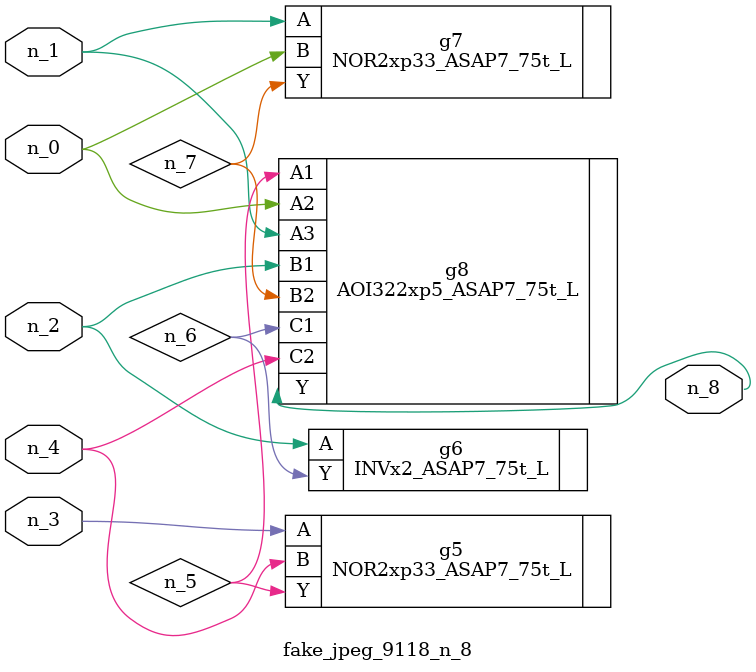
<source format=v>
module fake_jpeg_9118_n_8 (n_3, n_2, n_1, n_0, n_4, n_8);

input n_3;
input n_2;
input n_1;
input n_0;
input n_4;

output n_8;

wire n_6;
wire n_5;
wire n_7;

NOR2xp33_ASAP7_75t_L g5 ( 
.A(n_3),
.B(n_4),
.Y(n_5)
);

INVx2_ASAP7_75t_L g6 ( 
.A(n_2),
.Y(n_6)
);

NOR2xp33_ASAP7_75t_L g7 ( 
.A(n_1),
.B(n_0),
.Y(n_7)
);

AOI322xp5_ASAP7_75t_L g8 ( 
.A1(n_5),
.A2(n_0),
.A3(n_1),
.B1(n_2),
.B2(n_7),
.C1(n_6),
.C2(n_4),
.Y(n_8)
);


endmodule
</source>
